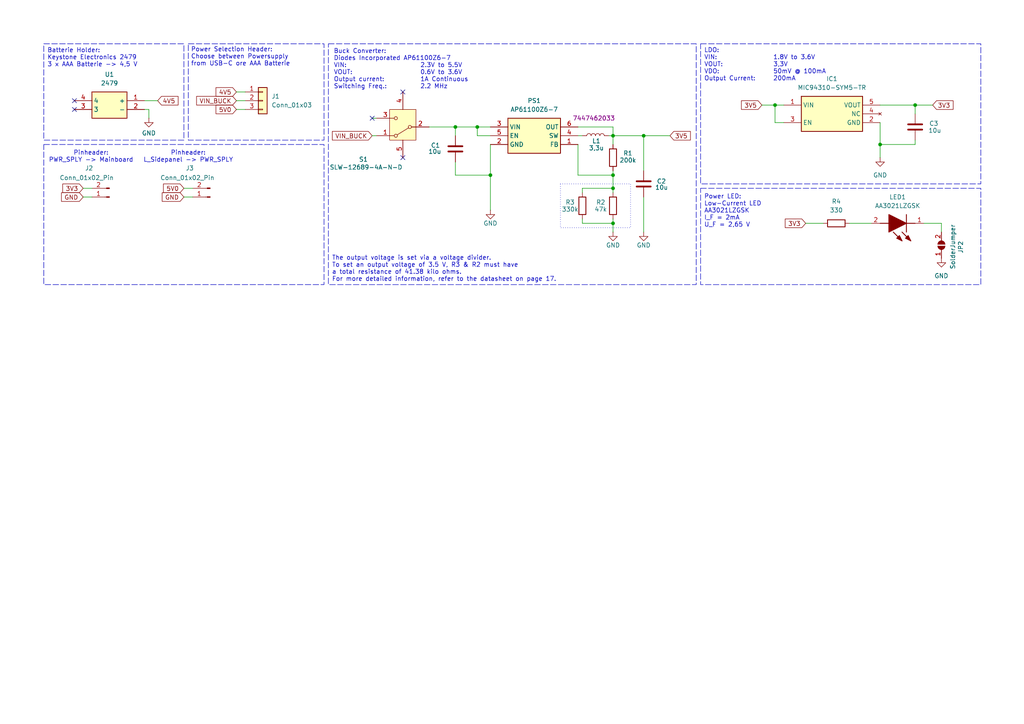
<source format=kicad_sch>
(kicad_sch (version 20250114) (generator "eeschema") (generator_version "9.0")
  (paper "A4")
  (title_block (title "MiniArcadePowerSupply") (date "2025-10-29") (rev "A") (company "Felix Neumann"))
  (lib_symbols
    (symbol "Connector:Conn_01x02_Pin" (pin_names (offset 1.016) (hide yes))
      (property "Reference" "J" (at 0 2.54 0))
      (property "Value" "Conn_01x02_Pin" (at 0 -5.08 0))
      (symbol "Conn_01x02_Pin_1_1"
        (rectangle (start 0.8636 0.127) (end 0 -0.127) (stroke (width 0.1524)) (fill (type outline)))
        (rectangle (start 0.8636 -2.413) (end 0 -2.667) (stroke (width 0.1524)) (fill (type outline)))
        (polyline (pts (xy 1.27 0) (xy 0.8636 0)) (stroke (width 0.1524)))
        (polyline (pts (xy 1.27 -2.54) (xy 0.8636 -2.54)) (stroke (width 0.1524)))
        (pin passive line (at 5.08 0 180) (length 3.81) (name "Pin_1") (number "1"))
        (pin passive line (at 5.08 -2.54 180) (length 3.81) (name "Pin_2") (number "2"))
      )
    )
    (symbol "Connector_Generic:Conn_01x03" (pin_names (offset 1.016) (hide yes))
      (property "Reference" "J" (at 0 5.08 0))
      (property "Value" "Conn_01x03" (at 0 -5.08 0))
      (symbol "Conn_01x03_1_1"
        (rectangle (start -1.27 3.81) (end 1.27 -3.81) (stroke (width 0.254)) (fill (type background)))
        (rectangle (start -1.27 2.667) (end 0 2.413) (stroke (width 0.1524)))
        (rectangle (start -1.27 0.127) (end 0 -0.127) (stroke (width 0.1524)))
        (rectangle (start -1.27 -2.413) (end 0 -2.667) (stroke (width 0.1524)))
        (pin passive line (at -5.08 2.54 0) (length 3.81) (name "Pin_1") (number "1"))
        (pin passive line (at -5.08 0 0) (length 3.81) (name "Pin_2") (number "2"))
        (pin passive line (at -5.08 -2.54 0) (length 3.81) (name "Pin_3") (number "3"))
      )
    )
    (symbol "Device:C" (pin_numbers (hide yes)) (pin_names (offset 0.254))
      (property "Reference" "C" (at 0.635 2.54 0))
      (property "Value" "C" (at 0.635 -2.54 0))
      (symbol "C_0_1"
        (polyline (pts (xy -2.032 0.762) (xy 2.032 0.762)) (stroke (width 0.508)))
        (polyline (pts (xy -2.032 -0.762) (xy 2.032 -0.762)) (stroke (width 0.508)))
      )
      (symbol "C_1_1"
        (pin passive line (at 0 3.81 270) (length 2.794) (name "~") (number "1"))
        (pin passive line (at 0 -3.81 90) (length 2.794) (name "~") (number "2"))
      )
    )
    (symbol "Device:L" (pin_numbers (hide yes)) (pin_names (offset 1.016) (hide yes))
      (property "Reference" "L" (at -1.27 0 90))
      (property "Value" "L" (at 1.905 0 90))
      (symbol "L_0_1"
        (arc (start 0 2.54) (mid 0.6323 1.905) (end 0 1.27))
        (arc (start 0 1.27) (mid 0.6323 0.635) (end 0 0))
        (arc (start 0 0) (mid 0.6323 -0.635) (end 0 -1.27))
        (arc (start 0 -1.27) (mid 0.6323 -1.905) (end 0 -2.54))
      )
      (symbol "L_1_1"
        (pin passive line (at 0 3.81 270) (length 1.27) (name "1") (number "1"))
        (pin passive line (at 0 -3.81 90) (length 1.27) (name "2") (number "2"))
      )
    )
    (symbol "Device:R" (pin_numbers (hide yes)) (pin_names (offset 0))
      (property "Reference" "R" (at 2.032 0 90))
      (property "Value" "R" (at 0 0 90))
      (symbol "R_0_1"
        (rectangle (start -1.016 -2.54) (end 1.016 2.54) (stroke (width 0.254)))
      )
      (symbol "R_1_1"
        (pin passive line (at 0 3.81 270) (length 1.27) (name "~") (number "1"))
        (pin passive line (at 0 -3.81 90) (length 1.27) (name "~") (number "2"))
      )
    )
    (symbol "GND_1" (power) (pin_numbers (hide yes)) (pin_names (offset 0) (hide yes))
      (property "Value" "GND" (at 0 -3.81 0))
      (symbol "GND_1_0_1"
        (polyline (pts (xy 0 0) (xy 0 -1.27) (xy 1.27 -1.27) (xy 0 -2.54) (xy -1.27 -1.27) (xy 0 -1.27)))
      )
      (symbol "GND_1_1_1"
        (pin power_in line (at 0 0 270) (length 0) (name "~") (number "1"))
      )
    )
    (symbol "GND_2" (power) (pin_numbers (hide yes)) (pin_names (offset 0) (hide yes))
      (property "Value" "GND" (at 0 -3.81 0))
      (symbol "GND_2_0_1"
        (polyline (pts (xy 0 0) (xy 0 -1.27) (xy 1.27 -1.27) (xy 0 -2.54) (xy -1.27 -1.27) (xy 0 -1.27)))
      )
      (symbol "GND_2_1_1"
        (pin power_in line (at 0 0 270) (length 0) (name "~") (number "1"))
      )
    )
    (symbol "GND_3" (power) (pin_numbers (hide yes)) (pin_names (offset 0) (hide yes))
      (property "Value" "GND" (at 0 -3.81 0))
      (symbol "GND_3_0_1"
        (polyline (pts (xy 0 0) (xy 0 -1.27) (xy 1.27 -1.27) (xy 0 -2.54) (xy -1.27 -1.27) (xy 0 -1.27)))
      )
      (symbol "GND_3_1_1"
        (pin power_in line (at 0 0 270) (length 0) (name "~") (number "1"))
      )
    )
    (symbol "Jumper:SolderJumper_2_Open" (pin_names (offset 0) (hide yes))
      (property "Reference" "JP" (at 0 2.032 0))
      (property "Value" "SolderJumper_2_Open" (at 0 -2.54 0))
      (symbol "SolderJumper_2_Open_0_1"
        (polyline (pts (xy -0.254 1.016) (xy -0.254 -1.016)))
        (arc (start -0.254 -1.016) (mid -1.2656 0) (end -0.254 1.016))
        (arc (start -0.254 -1.016) (mid -1.2656 0) (end -0.254 1.016) (fill (type outline)))
        (arc (start 0.254 1.016) (mid 1.2656 0) (end 0.254 -1.016))
        (arc (start 0.254 1.016) (mid 1.2656 0) (end 0.254 -1.016) (fill (type outline)))
        (polyline (pts (xy 0.254 1.016) (xy 0.254 -1.016)))
      )
      (symbol "SolderJumper_2_Open_1_1"
        (pin passive line (at -3.81 0 0) (length 2.54) (name "A") (number "1"))
        (pin passive line (at 3.81 0 180) (length 2.54) (name "B") (number "2"))
      )
    )
    (symbol "MiniArcadePwrSupply:2479"
      (property "Reference" "U" (at 16.51 7.62 0))
      (property "Value" "2479" (at 16.51 5.08 0))
      (symbol "2479_1_1"
        (rectangle (start 5.08 2.54) (end 15.24 -5.08) (stroke (width 0.254)) (fill (type background)))
        (pin passive line (at 0 0 0) (length 5.08) (name "4") (number "4"))
        (pin passive line (at 0 -2.54 0) (length 5.08) (name "3") (number "3"))
        (pin passive line (at 20.32 0 180) (length 5.08) (name "+") (number "1"))
        (pin passive line (at 20.32 -2.54 180) (length 5.08) (name "-") (number "2"))
      )
    )
    (symbol "MiniArcadePwrSupply:AA3021LZGSK" (pin_names (hide yes))
      (property "Reference" "LED" (at 12.7 8.89 0))
      (property "Value" "AA3021LZGSK" (at 12.7 6.35 0))
      (symbol "AA3021LZGSK_1_1"
        (polyline (pts (xy 2.54 0) (xy 5.08 0)) (stroke (width 0.254)))
        (polyline (pts (xy 5.08 2.54) (xy 5.08 -2.54)) (stroke (width 0.254)))
        (polyline (pts (xy 5.08 0) (xy 10.16 2.54) (xy 10.16 -2.54) (xy 5.08 0)) (stroke (width 0.254)) (fill (type outline)))
        (polyline (pts (xy 5.334 4.318) (xy 4.572 3.556) (xy 3.81 5.08) (xy 5.334 4.318)) (stroke (width 0.254)) (fill (type outline)))
        (polyline (pts (xy 6.35 2.54) (xy 3.81 5.08)) (stroke (width 0.254)))
        (polyline (pts (xy 7.874 4.318) (xy 7.112 3.556) (xy 6.35 5.08) (xy 7.874 4.318)) (stroke (width 0.254)) (fill (type outline)))
        (polyline (pts (xy 8.89 2.54) (xy 6.35 5.08)) (stroke (width 0.254)))
        (polyline (pts (xy 10.16 0) (xy 12.7 0)) (stroke (width 0.254)))
        (pin passive line (at 0 0 0) (length 2.54) (name "K") (number "1"))
        (pin passive line (at 15.24 0 180) (length 2.54) (name "A") (number "2"))
      )
    )
    (symbol "MiniArcadePwrSupply:AP61100Z6-7"
      (property "Reference" "PS" (at 21.59 7.62 0))
      (property "Value" "AP61100Z6-7" (at 21.59 5.08 0))
      (symbol "AP61100Z6-7_1_1"
        (rectangle (start 5.08 2.54) (end 20.32 -7.62) (stroke (width 0.254)) (fill (type background)))
        (pin power_in line (at 0 0 0) (length 5.08) (name "VIN") (number "3"))
        (pin input line (at 0 -2.54 0) (length 5.08) (name "EN") (number "5"))
        (pin power_in line (at 0 -5.08 0) (length 5.08) (name "GND") (number "2"))
        (pin power_in line (at 25.4 0 180) (length 5.08) (name "OUT") (number "6"))
        (pin power_in line (at 25.4 -2.54 180) (length 5.08) (name "SW") (number "4"))
        (pin input line (at 25.4 -5.08 180) (length 5.08) (name "FB") (number "1"))
      )
    )
    (symbol "MiniArcadePwrSupply:MIC94310-SYM5-TR"
      (property "Reference" "IC" (at 24.13 7.62 0))
      (property "Value" "MIC94310-SYM5-TR" (at 24.13 5.08 0))
      (symbol "MIC94310-SYM5-TR_1_1"
        (rectangle (start 5.08 2.54) (end 22.86 -7.62) (stroke (width 0.254)) (fill (type background)))
        (pin passive line (at 0 0 0) (length 5.08) (name "VIN") (number "1"))
        (pin passive line (at 0 -5.08 0) (length 5.08) (name "EN") (number "3"))
        (pin passive line (at 27.94 0 180) (length 5.08) (name "VOUT") (number "5"))
        (pin no_connect line (at 27.94 -2.54 180) (length 5.08) (name "NC") (number "4"))
        (pin passive line (at 27.94 -5.08 180) (length 5.08) (name "GND") (number "2"))
      )
    )
    (symbol "MiniArcadePwrSupply:SLW-12689-4A-N-D"
      (property "Reference" "S" (at 3.556 14.986 0))
      (property "Value" "SLW-12689-4A-N-D" (at 3.556 12.446 0))
      (symbol "SLW-12689-4A-N-D_0_1"
        (circle (center -2.032 5.08) (radius 0.4572))
        (polyline (pts (xy -1.651 5.334) (xy 1.651 7.366)))
        (circle (center 2.032 7.62) (radius 0.4572))
        (circle (center 2.032 2.54) (radius 0.4572))
      )
      (symbol "SLW-12689-4A-N-D_1_1"
        (rectangle (start -3.81 8.89) (end 3.81 0) (fill (type background)))
        (pin passive line (at -7.62 5.08 0) (length 5.08) (name "") (number "2"))
        (pin passive line (at 0 13.97 270) (length 5.08) (name "") (number "5"))
        (pin passive line (at 0 -5.08 90) (length 5.08) (name "") (number "4"))
        (pin passive line (at 7.62 7.62 180) (length 5.08) (name "") (number "1"))
        (pin passive line (at 7.62 2.54 180) (length 5.08) (name "") (number "3"))
      )
    )
    (symbol "power:GND" (power) (pin_names (offset 0))
      (property "Value" "GND" (at 0 -3.81 0))
      (symbol "GND_0_1"
        (polyline (pts (xy 0 0) (xy 0 -1.27) (xy 1.27 -1.27) (xy 0 -2.54) (xy -1.27 -1.27) (xy 0 -1.27)))
      )
      (symbol "GND_1_1"
        (pin power_in line (at 0 0 270) (length 0) (hide yes) (name "GND") (number "1"))
      )
    )
  )
  (rectangle (start 54.61 12.7) (end 93.98 40.64) (stroke (width 0) (type dash)))
  (rectangle (start 95.25 12.7) (end 201.93 82.55) (stroke (width 0) (type dash)))
  (rectangle (start 12.7 12.7) (end 53.34 40.64) (stroke (width 0) (type dash)))
  (rectangle (start 162.56 53.34) (end 182.88 66.04) (stroke (width 0) (type dot)))
  (rectangle (start 203.2 54.61) (end 284.48 82.55) (stroke (width 0) (type dash)))
  (rectangle (start 203.2 12.7) (end 284.48 53.34) (stroke (width 0) (type dash)))
  (rectangle (start 12.7 41.91) (end 93.98 82.55) (stroke (width 0) (type dash)))
  (text "Pinheader:\nPWR_SPLY -> Mainboard\n" (at 26.416 45.466 0) (effects (font (size 1.27 1.27))))
  (text "Batterie Holder:\nKeystone Electronics 2479\n3 x AAA Batterie -> 4,5 V " (at 13.716 16.764 0) (effects (font (size 1.27 1.27)) (justify left)))
  (text "Power Selection Header:\nChoose between Powersupply \nfrom USB-C ore AAA Batterie " (at 55.372 16.51 0) (effects (font (size 1.27 1.27)) (justify left)))
  (text "Pinheader:\nL_Sidepanel -> PWR_SPLY\n\n" (at 54.61 46.482 0) (effects (font (size 1.27 1.27))))
  (text "The output voltage is set via a voltage divider.\nTo set an output voltage of 3.5 V, R3 & R2 must have\na total resistance of 41.38 kilo ohms.\nFor more detailed information, refer to the datasheet on page 17." (at 96.266 77.978 0) (effects (font (size 1.27 1.27)) (justify left)))
  (text "Power LED:\nLow-Current LED\nAA3021LZGSK\nI_F = 2mA\nU_F = 2,65 V\n" (at 204.216 61.214 0) (effects (font (size 1.27 1.27)) (justify left)))
  (text "Buck Converter:\nDiodes Incorporated AP61100Z6-7 \nVIN:				2.3V to 5.5V\nVOUT: 				0.6V to 3.6V\nOutput current: 	1A Continuous\nSwitching Freq.: 	2.2 MHz" (at 96.774 20.066 0) (effects (font (size 1.27 1.27)) (justify left)))
  (text "LDO:\nVIN:			1.8V to 3.6V\nVOUT:			3,3V\nVDO:			50mV @ 100mA\nOutput Current:	200mA" (at 204.216 18.796 0) (effects (font (size 1.27 1.27)) (justify left)))
  (junction (at 132.08 36.83))
  (junction (at 265.43 30.48))
  (junction (at 138.43 36.83))
  (junction (at 177.8 64.77))
  (junction (at 142.24 50.8))
  (junction (at 177.8 54.61))
  (junction (at 186.69 39.37))
  (junction (at 177.8 50.8))
  (junction (at 177.8 39.37))
  (junction (at 224.79 30.48))
  (junction (at 255.27 41.91))
  (no_connect (at 116.84 45.72))
  (no_connect (at 21.59 29.21))
  (no_connect (at 116.84 26.67))
  (no_connect (at 107.95 34.29))
  (no_connect (at 21.59 31.75))
  (wire (pts (xy 124.46 36.83) (xy 132.08 36.83)))
  (wire (pts (xy 224.79 30.48) (xy 227.33 30.48)))
  (wire (pts (xy 224.79 35.56) (xy 224.79 30.48)))
  (wire (pts (xy 68.58 31.75) (xy 71.12 31.75)))
  (wire (pts (xy 68.58 29.21) (xy 71.12 29.21)))
  (wire (pts (xy 68.58 26.67) (xy 71.12 26.67)))
  (wire (pts (xy 265.43 41.91) (xy 255.27 41.91)))
  (wire (pts (xy 53.34 54.61) (xy 55.88 54.61)))
  (wire (pts (xy 177.8 36.83) (xy 177.8 39.37)))
  (wire (pts (xy 24.13 54.61) (xy 26.67 54.61)))
  (wire (pts (xy 132.08 39.37) (xy 132.08 36.83)))
  (wire (pts (xy 24.13 57.15) (xy 26.67 57.15)))
  (wire (pts (xy 138.43 39.37) (xy 138.43 36.83)))
  (wire (pts (xy 142.24 39.37) (xy 138.43 39.37)))
  (wire (pts (xy 167.64 50.8) (xy 177.8 50.8)))
  (wire (pts (xy 273.05 64.77) (xy 273.05 67.31)))
  (wire (pts (xy 267.97 64.77) (xy 273.05 64.77)))
  (wire (pts (xy 132.08 46.99) (xy 132.08 50.8)))
  (wire (pts (xy 177.8 64.77) (xy 177.8 67.31)))
  (wire (pts (xy 265.43 40.64) (xy 265.43 41.91)))
  (wire (pts (xy 255.27 35.56) (xy 255.27 41.91)))
  (wire (pts (xy 132.08 36.83) (xy 138.43 36.83)))
  (wire (pts (xy 246.38 64.77) (xy 252.73 64.77)))
  (wire (pts (xy 255.27 41.91) (xy 255.27 45.72)))
  (wire (pts (xy 186.69 39.37) (xy 194.31 39.37)))
  (wire (pts (xy 177.8 39.37) (xy 186.69 39.37)))
  (wire (pts (xy 168.91 64.77) (xy 177.8 64.77)))
  (wire (pts (xy 186.69 57.15) (xy 186.69 67.31)))
  (wire (pts (xy 43.18 31.75) (xy 41.91 31.75)))
  (wire (pts (xy 43.18 34.29) (xy 43.18 31.75)))
  (wire (pts (xy 142.24 50.8) (xy 142.24 60.96)))
  (wire (pts (xy 107.95 34.29) (xy 109.22 34.29)))
  (wire (pts (xy 107.95 39.37) (xy 109.22 39.37)))
  (wire (pts (xy 176.53 39.37) (xy 177.8 39.37)))
  (wire (pts (xy 41.91 29.21) (xy 45.72 29.21)))
  (wire (pts (xy 138.43 36.83) (xy 142.24 36.83)))
  (wire (pts (xy 255.27 30.48) (xy 265.43 30.48)))
  (wire (pts (xy 168.91 63.5) (xy 168.91 64.77)))
  (wire (pts (xy 177.8 55.88) (xy 177.8 54.61)))
  (wire (pts (xy 227.33 35.56) (xy 224.79 35.56)))
  (wire (pts (xy 186.69 39.37) (xy 186.69 49.53)))
  (wire (pts (xy 167.64 41.91) (xy 167.64 50.8)))
  (wire (pts (xy 142.24 41.91) (xy 142.24 50.8)))
  (wire (pts (xy 177.8 41.91) (xy 177.8 39.37)))
  (wire (pts (xy 168.91 54.61) (xy 177.8 54.61)))
  (wire (pts (xy 177.8 49.53) (xy 177.8 50.8)))
  (wire (pts (xy 265.43 30.48) (xy 265.43 33.02)))
  (wire (pts (xy 220.98 30.48) (xy 224.79 30.48)))
  (wire (pts (xy 132.08 50.8) (xy 142.24 50.8)))
  (wire (pts (xy 167.64 36.83) (xy 177.8 36.83)))
  (wire (pts (xy 265.43 30.48) (xy 270.51 30.48)))
  (wire (pts (xy 233.68 64.77) (xy 238.76 64.77)))
  (wire (pts (xy 167.64 39.37) (xy 168.91 39.37)))
  (wire (pts (xy 168.91 55.88) (xy 168.91 54.61)))
  (wire (pts (xy 177.8 63.5) (xy 177.8 64.77)))
  (wire (pts (xy 53.34 57.15) (xy 55.88 57.15)))
  (wire (pts (xy 177.8 50.8) (xy 177.8 54.61)))
  (global_label "4V5" (shape input) (at 68.58 26.67 180) (property "Intersheetrefs" "${INTERSHEET_REFS}" (effects (hide yes))))
  (global_label "VIN_BUCK" (shape input) (at 107.95 39.37 180) (property "Intersheetrefs" "${INTERSHEET_REFS}" (effects (hide yes))))
  (global_label "5V0" (shape input) (at 68.58 31.75 180) (property "Intersheetrefs" "${INTERSHEET_REFS}" (effects (hide yes))))
  (global_label "GND" (shape input) (at 24.13 57.15 180) (property "Intersheetrefs" "${INTERSHEET_REFS}" (effects (hide yes))))
  (global_label "3V5" (shape input) (at 220.98 30.48 180) (property "Intersheetrefs" "${INTERSHEET_REFS}" (effects (hide yes))))
  (global_label "VIN_BUCK" (shape input) (at 68.58 29.21 180) (property "Intersheetrefs" "${INTERSHEET_REFS}" (effects (hide yes))))
  (global_label "4V5" (shape input) (at 45.72 29.21 0) (property "Intersheetrefs" "${INTERSHEET_REFS}" (effects (hide yes))))
  (global_label "3V5" (shape input) (at 194.31 39.37 0) (property "Intersheetrefs" "${INTERSHEET_REFS}" (effects (hide yes))))
  (global_label "GND" (shape input) (at 53.34 57.15 180) (property "Intersheetrefs" "${INTERSHEET_REFS}" (effects (hide yes))))
  (global_label "5V0" (shape input) (at 53.34 54.61 180) (property "Intersheetrefs" "${INTERSHEET_REFS}" (effects (hide yes))))
  (global_label "3V3" (shape input) (at 233.68 64.77 180) (property "Intersheetrefs" "${INTERSHEET_REFS}" (effects (hide yes))))
  (global_label "3V3" (shape input) (at 270.51 30.48 0) (property "Intersheetrefs" "${INTERSHEET_REFS}" (effects (hide yes))))
  (global_label "3V3" (shape input) (at 24.13 54.61 180) (property "Intersheetrefs" "${INTERSHEET_REFS}" (effects (hide yes))))
  (symbol (lib_id "Device:C") (at 265.43 36.83 0) (unit 1)
    (property "Reference" "C3" (at 269.494 35.814 0) (effects (justify left)))
    (property "Value" "10u" (at 269.24 37.8459 0) (effects (justify left)))
    (property "Footprint" "Capacitor_SMD:C_0805_2012Metric_Pad1.18x1.45mm_HandSolder" (effects (hide yes)))
    (property "Description" "Unpolarized capacitor" (effects (hide yes)))
  )
  (symbol (lib_id "Device:R") (at 177.8 45.72 180) (unit 1)
    (property "Reference" "R1" (at 182.118 44.45 0))
    (property "Value" "200k" (at 182.118 46.482 0))
    (property "Footprint" "Resistor_SMD:R_0805_2012Metric_Pad1.20x1.40mm_HandSolder" (effects (hide yes)))
    (property "Description" "Resistor" (effects (hide yes)))
  )
  (symbol (lib_id "Device:C") (at 186.69 53.34 0) (unit 1)
    (property "Reference" "C2" (at 190.5 52.578 0) (effects (justify left)))
    (property "Value" "10u" (at 189.992 54.356 0) (effects (justify left)))
    (property "Footprint" "Capacitor_SMD:C_0805_2012Metric_Pad1.18x1.45mm_HandSolder" (effects (hide yes)))
    (property "Description" "Unpolarized capacitor" (effects (hide yes)))
  )
  (symbol (lib_id "MiniArcadePwrSupply:AA3021LZGSK") (at 267.97 64.77 180) (unit 1)
    (property "Reference" "LED1" (at 260.35 57.15 0))
    (property "Value" "AA3021LZGSK" (at 260.35 59.69 0))
    (property "Footprint" "MiniArcadePWRSupply:LEDM3020X150N" (effects (hide yes)))
    (property "Datasheet" "https://www.kingbrightusa.com/images/catalog/SPEC/AA3021LZGSK.pdf" (effects (hide yes)))
    (property "Description" "Standard LEDs - SMD 3mmX2mm SMD LED LAMP GREEN" (effects (hide yes)))
    (property "Height" "1.5" (effects (hide yes)))
    (property "Mouser Part Number" "604-AA3021LZGSK" (effects (hide yes)))
    (property "Mouser Price/Stock" "https://www.mouser.co.uk/ProductDetail/Kingbright/AA3021LZGSK?qs=Oo40KB9lBTmpa6y%2FkjbgOw%3D%3D" (effects (hide yes)))
    (property "Manufacturer_Name" "Kingbright" (effects (hide yes)))
    (property "Manufacturer_Part_Number" "AA3021LZGSK" (effects (hide yes)))
  )
  (symbol (lib_id "MiniArcadePwrSupply:MIC94310-SYM5-TR") (at 227.33 30.48 0) (unit 1)
    (property "Reference" "IC1" (at 241.3 22.86 0))
    (property "Value" "MIC94310-SYM5-TR" (at 241.3 25.4 0))
    (property "Footprint" "MiniArcadePWRSupply:SOT95P280X130-5N" (effects (hide yes)))
    (property "Datasheet" "http://ww1.microchip.com/downloads/en/DeviceDoc/MIC94310.pdf" (effects (hide yes)))
    (property "Description" "LDO Voltage Regulators 200mA LDO with Ripple Blocker" (effects (hide yes)))
    (property "Height" "1.3" (effects (hide yes)))
    (property "Mouser Part Number" "998-MIC94310-SYM5TR" (effects (hide yes)))
    (property "Mouser Price/Stock" "https://www.mouser.co.uk/ProductDetail/Microchip-Technology/MIC94310-SYM5-TR?qs=U6T8BxXiZAWNaMNWfdoYvQ%3D%3D" (effects (hide yes)))
    (property "Manufacturer_Name" "Microchip" (effects (hide yes)))
    (property "Manufacturer_Part_Number" "MIC94310-SYM5-TR" (effects (hide yes)))
  )
  (symbol (lib_id "power:GND") (at 273.05 74.93 0) (unit 1)
    (property "Reference" "#PWR07" (effects (hide yes)))
    (property "Value" "GND" (at 273.05 80.01 0))
  )
  (symbol (lib_name "GND_3") (lib_id "power:GND") (at 177.8 67.31 0) (unit 1)
    (property "Reference" "#PWR04" (effects (hide yes)))
    (property "Value" "GND" (at 177.8 71.12 0))
    (property "Description" "Power symbol creates a global label with name \"GND\" , ground" (effects (hide yes)))
  )
  (symbol (lib_id "Device:R") (at 177.8 59.69 180) (unit 1)
    (property "Reference" "R2" (at 174.244 58.674 0))
    (property "Value" "47k" (at 174.244 60.706 0))
    (property "Footprint" "Resistor_SMD:R_0805_2012Metric_Pad1.20x1.40mm_HandSolder" (effects (hide yes)))
    (property "Description" "Resistor" (effects (hide yes)))
  )
  (symbol (lib_id "Connector:Conn_01x02_Pin") (at 31.75 57.15 180) (unit 1)
    (property "Reference" "J2" (at 24.638 48.768 0) (effects (justify right)))
    (property "Value" "Conn_01x02_Pin" (at 17.272 51.562 0) (effects (justify right)))
    (property "Footprint" "Connector_PinHeader_1.00mm:PinHeader_1x02_P1.00mm_Horizontal" (effects (hide yes)))
    (property "Description" "Generic connector, single row, 01x02, script generated" (effects (hide yes)))
  )
  (symbol (lib_id "Connector_Generic:Conn_01x03") (at 76.2 29.21 0) (unit 1)
    (property "Reference" "J1" (at 78.74 27.9399 0) (effects (justify left)))
    (property "Value" "Conn_01x03" (at 78.74 30.4799 0) (effects (justify left)))
    (property "Footprint" "Connector_PinHeader_1.00mm:PinHeader_1x03_P1.00mm_Vertical" (effects (hide yes)))
    (property "Description" "Generic connector, single row, 01x03, script generated (kicad-library-utils/schlib/autogen/connector/)" (effects (hide yes)))
  )
  (symbol (lib_id "Device:C") (at 132.08 43.18 0) (unit 1)
    (property "Reference" "C1" (at 124.968 42.164 0) (effects (justify left)))
    (property "Value" "10u" (at 124.206 43.942 0) (effects (justify left)))
    (property "Footprint" "Capacitor_SMD:C_0805_2012Metric_Pad1.18x1.45mm_HandSolder" (effects (hide yes)))
    (property "Description" "Unpolarized capacitor" (effects (hide yes)))
  )
  (symbol (lib_id "MiniArcadePwrSupply:2479") (at 21.59 29.21 0) (unit 1)
    (property "Reference" "U1" (at 31.75 21.59 0))
    (property "Value" "2479" (at 31.75 24.13 0))
    (property "Footprint" "MiniArcadePWRSupply:2479" (effects (hide yes)))
    (property "Datasheet" "http://www.keyelco.com/product-pdf.cfm?p=1041" (effects (hide yes)))
    (property "Description" "KEYSTONE - 2479 - BATTERY HOLDER, AAA, 3WAY" (effects (hide yes)))
    (property "Height" "13" (effects (hide yes)))
    (property "Mouser Part Number" "534-2479" (effects (hide yes)))
    (property "Mouser Price/Stock" "https://www.mouser.co.uk/ProductDetail/Keystone-Electronics/2479?qs=Q3RoVmURDomBPD85HfXZoA%3D%3D" (effects (hide yes)))
    (property "Manufacturer_Name" "Keystone Electronics" (effects (hide yes)))
    (property "Manufacturer_Part_Number" "2479" (effects (hide yes)))
  )
  (symbol (lib_id "MiniArcadePwrSupply:AP61100Z6-7") (at 142.24 36.83 0) (unit 1)
    (property "Reference" "PS1" (at 154.94 29.21 0))
    (property "Value" "AP61100Z6-7" (at 154.94 31.75 0))
    (property "Footprint" "MiniArcadePWRSupply:SOT50P162X60-6N" (effects (hide yes)))
    (property "Datasheet" "https://www.diodes.com//assets/Datasheets/AP61100-AP61102.pdf" (effects (hide yes)))
    (property "Description" "DIODES INC. - AP61100Z6-7 - Isolated Board Mount DC/DC Converter, 2.3 V, 5.5 V, SOT-563, 6 Pins" (effects (hide yes)))
    (property "Height" "0.6" (effects (hide yes)))
    (property "Mouser Part Number" "621-AP61100Z6-7" (effects (hide yes)))
    (property "Mouser Price/Stock" "https://www.mouser.co.uk/ProductDetail/Diodes-Incorporated/AP61100Z6-7?qs=vHuUswq2%252Bsz8neniVDYZHQ%3D%3D" (effects (hide yes)))
    (property "Manufacturer_Name" "Diodes Incorporated" (effects (hide yes)))
    (property "Manufacturer_Part_Number" "AP61100Z6-7" (effects (hide yes)))
  )
  (symbol (lib_id "Device:R") (at 242.57 64.77 90) (unit 1)
    (property "Reference" "R4" (at 242.57 58.42 90))
    (property "Value" "330" (at 242.57 60.96 90))
    (property "Footprint" "Resistor_SMD:R_0603_1608Metric_Pad0.98x0.95mm_HandSolder" (effects (hide yes)))
  )
  (symbol (lib_id "Jumper:SolderJumper_2_Open") (at 273.05 71.12 90) (unit 1)
    (property "Reference" "JP2" (at 278.638 69.85 0) (effects (justify right)))
    (property "Value" "SolderJumper" (at 276.352 65.024 0) (effects (justify right)))
    (property "Footprint" "Jumper:SolderJumper-2_P1.3mm_Open_Pad1.0x1.5mm" (effects (hide yes)))
  )
  (symbol (lib_name "GND_1") (lib_id "power:GND") (at 255.27 45.72 0) (unit 1)
    (property "Reference" "#PWR02" (effects (hide yes)))
    (property "Value" "GND" (at 255.27 50.8 0))
    (property "Description" "Power symbol creates a global label with name \"GND\" , ground" (effects (hide yes)))
  )
  (symbol (lib_id "Connector:Conn_01x02_Pin") (at 60.96 57.15 180) (unit 1)
    (property "Reference" "J3" (at 53.848 48.768 0) (effects (justify right)))
    (property "Value" "Conn_01x02_Pin" (at 46.482 51.562 0) (effects (justify right)))
    (property "Footprint" "Connector_PinHeader_1.00mm:PinHeader_1x02_P1.00mm_Horizontal" (effects (hide yes)))
    (property "Description" "Generic connector, single row, 01x02, script generated" (effects (hide yes)))
  )
  (symbol (lib_name "GND_3") (lib_id "power:GND") (at 142.24 60.96 0) (unit 1)
    (property "Reference" "#PWR03" (effects (hide yes)))
    (property "Value" "GND" (at 142.24 64.77 0))
    (property "Description" "Power symbol creates a global label with name \"GND\" , ground" (effects (hide yes)))
  )
  (symbol (lib_id "Device:R") (at 168.91 59.69 180) (unit 1)
    (property "Reference" "R3" (at 165.354 58.674 0))
    (property "Value" "330k" (at 165.354 60.706 0))
    (property "Footprint" "Resistor_SMD:R_0805_2012Metric_Pad1.20x1.40mm_HandSolder" (effects (hide yes)))
    (property "Description" "Resistor" (effects (hide yes)))
  )
  (symbol (lib_id "Device:L") (at 172.72 39.37 90) (unit 1)
    (property "Reference" "L1" (at 172.974 40.894 90))
    (property "Value" "3,3u" (at 172.974 42.926 90))
    (property "Footprint" "MiniArcadePWRSupply:WE-TI_507589" (effects (hide yes)))
    (property "Description" "Inductor" (effects (hide yes)))
    (property "Field5" "7447462033 " (at 172.72 34.29 90))
  )
  (symbol (lib_name "GND_3") (lib_id "power:GND") (at 186.69 67.31 0) (unit 1)
    (property "Reference" "#PWR05" (effects (hide yes)))
    (property "Value" "GND" (at 186.69 71.12 0))
    (property "Description" "Power symbol creates a global label with name \"GND\" , ground" (effects (hide yes)))
  )
  (symbol (lib_name "GND_2") (lib_id "power:GND") (at 43.18 34.29 0) (unit 1)
    (property "Reference" "#PWR01" (effects (hide yes)))
    (property "Value" "GND" (at 43.18 38.608 0))
    (property "Description" "Power symbol creates a global label with name \"GND\" , ground" (effects (hide yes)))
  )
  (symbol (lib_id "MiniArcadePwrSupply:SLW-12689-4A-N-D") (at 116.84 31.75 180) (unit 1)
    (property "Reference" "S1" (at 105.41 46.228 0))
    (property "Value" "SLW-12689-4A-N-D" (at 106.172 48.514 0))
    (property "Footprint" "MiniArcadePWRSupply:SLW126894AND" (effects (hide yes)))
    (property "Datasheet" "https://www.sameskydevices.com/product/resource/supplyframepdf/slw-12689-4a-n-d.pdf" (effects (hide yes)))
    (property "Description" "12.1 x 6 x 8.9 mm, 4 mm Raised Slide Actuator, Through Hole, Slide Switch" (effects (hide yes)))
    (property "Height" "10.3" (effects (hide yes)))
    (property "Mouser Part Number" "179-SLW126894AND" (effects (hide yes)))
    (property "Mouser Price/Stock" "https://www.mouser.co.uk/ProductDetail/Same-Sky/SLW-12689-4A-N-D?qs=IKkN%2F947nfDDpe%2FKbSKjtQ%3D%3D" (effects (hide yes)))
    (property "Manufacturer_Name" "Same Sky" (effects (hide yes)))
    (property "Manufacturer_Part_Number" "SLW-12689-4A-N-D" (effects (hide yes)))
  )
)
</source>
